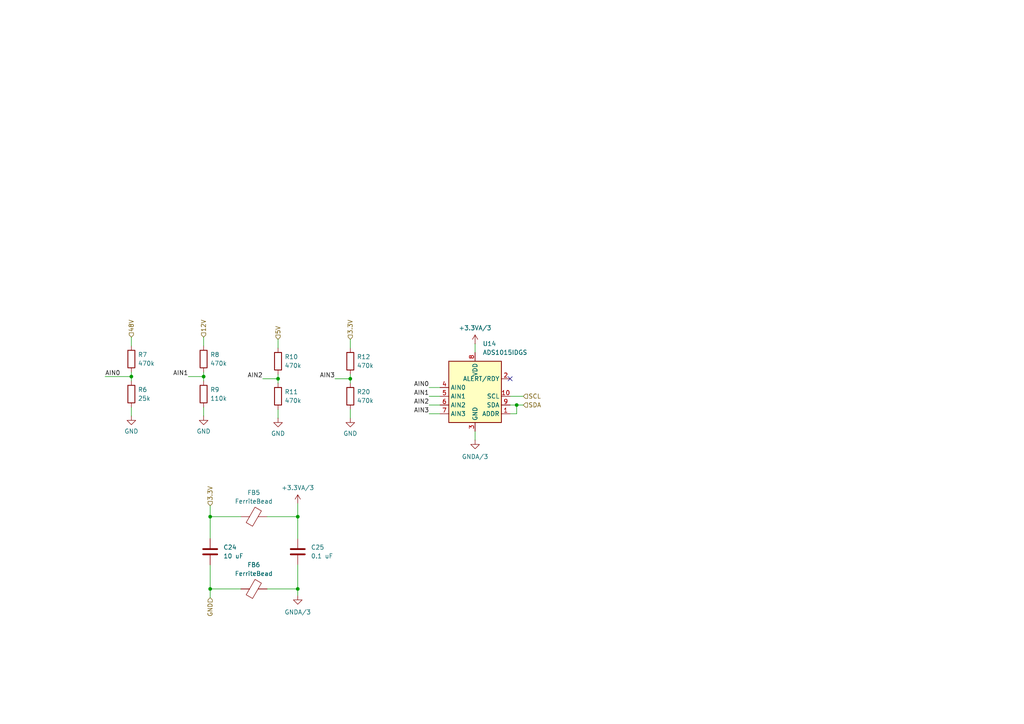
<source format=kicad_sch>
(kicad_sch (version 20231120) (generator "eeschema") (generator_version "8.0")
  (paper "A4")
  (lib_symbols
    (symbol "Analog_ADC:ADS1015IDGS"
      (property "Reference" "U" (at 2.54 13.97 0))
      (property "Value" "ADS1015IDGS" (at 7.62 11.43 0))
      (symbol "ADS1015IDGS_0_1"
        (rectangle (start -7.62 10.16) (end 7.62 -7.62) (stroke (width 0.254)) (fill (type background)))
      )
      (symbol "ADS1015IDGS_1_1"
        (pin input line (at 10.16 -5.08 180) (length 2.54) (name "ADDR") (number "1"))
        (pin input line (at 10.16 0 180) (length 2.54) (name "SCL") (number "10"))
        (pin output line (at 10.16 5.08 180) (length 2.54) (name "ALERT/RDY") (number "2"))
        (pin power_in line (at 0 -10.16 90) (length 2.54) (name "GND") (number "3"))
        (pin input line (at -10.16 2.54 0) (length 2.54) (name "AIN0") (number "4"))
        (pin input line (at -10.16 0 0) (length 2.54) (name "AIN1") (number "5"))
        (pin input line (at -10.16 -2.54 0) (length 2.54) (name "AIN2") (number "6"))
        (pin input line (at -10.16 -5.08 0) (length 2.54) (name "AIN3") (number "7"))
        (pin power_in line (at 0 12.7 270) (length 2.54) (name "VDD") (number "8"))
        (pin bidirectional line (at 10.16 -2.54 180) (length 2.54) (name "SDA") (number "9"))
      )
    )
    (symbol "Device:C" (pin_numbers hide) (pin_names (offset 0.254))
      (property "Reference" "C" (at 0.635 2.54 0))
      (property "Value" "C" (at 0.635 -2.54 0))
      (symbol "C_0_1"
        (polyline (pts (xy -2.032 -0.762) (xy 2.032 -0.762)) (stroke (width 0.508)))
        (polyline (pts (xy -2.032 0.762) (xy 2.032 0.762)) (stroke (width 0.508)))
      )
      (symbol "C_1_1"
        (pin passive line (at 0 3.81 270) (length 2.794) (name "~") (number "1"))
        (pin passive line (at 0 -3.81 90) (length 2.794) (name "~") (number "2"))
      )
    )
    (symbol "Device:FerriteBead" (pin_numbers hide) (pin_names (offset 0))
      (property "Reference" "FB" (at -3.81 0.635 90))
      (property "Value" "FerriteBead" (at 3.81 0 90))
      (symbol "FerriteBead_0_1"
        (polyline (pts (xy 0 -1.27) (xy 0 -1.2192)))
        (polyline (pts (xy 0 1.27) (xy 0 1.2954)))
        (polyline (pts (xy -2.7686 0.4064) (xy -1.7018 2.2606) (xy 2.7686 -0.3048) (xy 1.6764 -2.159) (xy -2.7686 0.4064)))
      )
      (symbol "FerriteBead_1_1"
        (pin passive line (at 0 3.81 270) (length 2.54) (name "~") (number "1"))
        (pin passive line (at 0 -3.81 90) (length 2.54) (name "~") (number "2"))
      )
    )
    (symbol "Device:R" (pin_numbers hide) (pin_names (offset 0))
      (property "Reference" "R" (at 2.032 0 90))
      (property "Value" "R" (at 0 0 90))
      (symbol "R_0_1"
        (rectangle (start -1.016 -2.54) (end 1.016 2.54) (stroke (width 0.254)))
      )
      (symbol "R_1_1"
        (pin passive line (at 0 3.81 270) (length 1.27) (name "~") (number "1"))
        (pin passive line (at 0 -3.81 90) (length 1.27) (name "~") (number "2"))
      )
    )
    (symbol "power:+3.3VA" (power) (pin_numbers hide) (pin_names (offset 0) hide)
      (property "Value" "+3.3VA" (at 0 3.556 0))
      (symbol "+3.3VA_0_1"
        (polyline (pts (xy -0.762 1.27) (xy 0 2.54)))
        (polyline (pts (xy 0 0) (xy 0 2.54)))
        (polyline (pts (xy 0 2.54) (xy 0.762 1.27)))
      )
      (symbol "+3.3VA_1_1"
        (pin power_in line (at 0 0 90) (length 0) (name "~") (number "1"))
      )
    )
    (symbol "power:GND" (power) (pin_numbers hide) (pin_names (offset 0) hide)
      (property "Value" "GND" (at 0 -3.81 0))
      (symbol "GND_0_1"
        (polyline (pts (xy 0 0) (xy 0 -1.27) (xy 1.27 -1.27) (xy 0 -2.54) (xy -1.27 -1.27) (xy 0 -1.27)))
      )
      (symbol "GND_1_1"
        (pin power_in line (at 0 0 270) (length 0) (name "~") (number "1"))
      )
    )
    (symbol "power:GNDA" (power) (pin_numbers hide) (pin_names (offset 0) hide)
      (property "Value" "GNDA" (at 0 -3.81 0))
      (symbol "GNDA_0_1"
        (polyline (pts (xy 0 0) (xy 0 -1.27) (xy 1.27 -1.27) (xy 0 -2.54) (xy -1.27 -1.27) (xy 0 -1.27)))
      )
      (symbol "GNDA_1_1"
        (pin power_in line (at 0 0 270) (length 0) (name "~") (number "1"))
      )
    )
  )
  (junction (at 60.96 170.815))
  (junction (at 86.36 149.86))
  (junction (at 59.055 109.22))
  (junction (at 149.86 117.475))
  (junction (at 60.96 149.86))
  (junction (at 80.645 109.855))
  (junction (at 86.36 170.815))
  (junction (at 38.1 109.22))
  (junction (at 101.6 109.855))
  (no_connect (at 147.955 109.855))
  (wire (pts (xy 101.6 98.425) (xy 101.6 100.965)))
  (wire (pts (xy 38.1 118.11) (xy 38.1 120.65)))
  (wire (pts (xy 86.36 170.815) (xy 86.36 172.72)))
  (wire (pts (xy 97.155 109.855) (xy 101.6 109.855)))
  (wire (pts (xy 60.96 149.86) (xy 60.96 156.21)))
  (wire (pts (xy 59.055 107.95) (xy 59.055 109.22)))
  (wire (pts (xy 59.055 97.79) (xy 59.055 100.33)))
  (wire (pts (xy 101.6 109.855) (xy 101.6 111.125)))
  (wire (pts (xy 80.645 109.855) (xy 80.645 111.125)))
  (wire (pts (xy 124.46 112.395) (xy 127.635 112.395)))
  (wire (pts (xy 30.48 109.22) (xy 38.1 109.22)))
  (wire (pts (xy 124.46 117.475) (xy 127.635 117.475)))
  (wire (pts (xy 101.6 118.745) (xy 101.6 121.285)))
  (wire (pts (xy 38.1 107.95) (xy 38.1 109.22)))
  (wire (pts (xy 59.055 109.22) (xy 59.055 110.49)))
  (wire (pts (xy 137.795 125.095) (xy 137.795 127.635)))
  (wire (pts (xy 60.96 146.685) (xy 60.96 149.86)))
  (wire (pts (xy 80.645 118.745) (xy 80.645 121.285)))
  (wire (pts (xy 80.645 108.585) (xy 80.645 109.855)))
  (wire (pts (xy 147.955 114.935) (xy 151.765 114.935)))
  (wire (pts (xy 38.1 97.79) (xy 38.1 100.33)))
  (wire (pts (xy 59.055 118.11) (xy 59.055 120.65)))
  (wire (pts (xy 60.96 173.355) (xy 60.96 170.815)))
  (wire (pts (xy 80.645 98.425) (xy 80.645 100.965)))
  (wire (pts (xy 124.46 120.015) (xy 127.635 120.015)))
  (wire (pts (xy 86.36 149.86) (xy 86.36 156.21)))
  (wire (pts (xy 77.47 149.86) (xy 86.36 149.86)))
  (wire (pts (xy 101.6 108.585) (xy 101.6 109.855)))
  (wire (pts (xy 149.86 117.475) (xy 151.765 117.475)))
  (wire (pts (xy 149.86 120.015) (xy 149.86 117.475)))
  (wire (pts (xy 147.955 120.015) (xy 149.86 120.015)))
  (wire (pts (xy 60.96 170.815) (xy 69.85 170.815)))
  (wire (pts (xy 60.96 163.83) (xy 60.96 170.815)))
  (wire (pts (xy 77.47 170.815) (xy 86.36 170.815)))
  (wire (pts (xy 38.1 109.22) (xy 38.1 110.49)))
  (wire (pts (xy 124.46 114.935) (xy 127.635 114.935)))
  (wire (pts (xy 86.36 149.86) (xy 86.36 146.05)))
  (wire (pts (xy 54.61 109.22) (xy 59.055 109.22)))
  (wire (pts (xy 86.36 170.815) (xy 86.36 163.83)))
  (wire (pts (xy 137.795 99.695) (xy 137.795 102.235)))
  (wire (pts (xy 76.2 109.855) (xy 80.645 109.855)))
  (wire (pts (xy 147.955 117.475) (xy 149.86 117.475)))
  (wire (pts (xy 60.96 149.86) (xy 69.85 149.86)))
  (label "AIN1" (at 54.61 109.22 180))
  (label "AIN3" (at 124.46 120.015 180))
  (label "AIN0" (at 124.46 112.395 180))
  (label "AIN0" (at 30.48 109.22 0))
  (label "AIN3" (at 97.155 109.855 180))
  (label "AIN1" (at 124.46 114.935 180))
  (label "AIN2" (at 124.46 117.475 180))
  (label "AIN2" (at 76.2 109.855 180))
  (hierarchical_label "12V" (shape input) (at 59.055 97.79 90))
  (hierarchical_label "GND" (shape input) (at 60.96 173.355 270))
  (hierarchical_label "3.3V" (shape input) (at 101.6 98.425 90))
  (hierarchical_label "SCL" (shape input) (at 151.765 114.935 0))
  (hierarchical_label "5V" (shape input) (at 80.645 98.425 90))
  (hierarchical_label "SDA" (shape input) (at 151.765 117.475 0))
  (hierarchical_label "48V" (shape input) (at 38.1 97.79 90))
  (hierarchical_label "3.3V" (shape input) (at 60.96 146.685 90))
  (symbol (lib_id "Device:R") (at 101.6 114.935 0) (unit 1)
    (property "Reference" "R20" (at 103.505 113.6649 0) (effects (justify left)))
    (property "Value" "470k" (at 103.505 116.2049 0) (effects (justify left)))
    (property "Footprint" "TNPW0805:RES_TNPW0805_VIS" (effects (hide yes)))
    (property "Datasheet" "https://www.vishay.com/docs/31006/tnpw.pdf" (effects (hide yes)))
    (property "Description" "RES 470K OHM 0.1% 0.26W 0805" (effects (hide yes)))
    (property "Mfr." "Vishay Dale" (effects (hide yes)))
    (property "Part #" "TNPW0805470KBEEA" (effects (hide yes)))
    (property "Price" "$0.36" (effects (hide yes)))
    (property "Order Link" "https://www.digikey.com/en/products/detail/vishay-dale/TNPW0805470KBEEA/1607586" (effects (hide yes)))
  )
  (symbol (lib_id "Device:C") (at 60.96 160.02 0) (unit 1)
    (property "Reference" "C24" (at 64.77 158.7499 0) (effects (justify left)))
    (property "Value" "10 uF" (at 64.77 161.2899 0) (effects (justify left)))
    (property "Description" "Unpolarized capacitor" (effects (hide yes)))
  )
  (symbol (lib_id "power:GND") (at 59.055 120.65 0) (unit 1)
    (property "Reference" "#PWR0108" (effects (hide yes)))
    (property "Value" "GND" (at 59.055 125.095 0))
    (property "Description" "Power symbol creates a global label with name \"GND\" , ground" (effects (hide yes)))
  )
  (symbol (lib_id "Device:R") (at 59.055 114.3 0) (unit 1)
    (property "Reference" "R9" (at 60.96 113.0299 0) (effects (justify left)))
    (property "Value" "110k" (at 60.96 115.5699 0) (effects (justify left)))
    (property "Footprint" "Resistor_SMD:R_0805_2012Metric" (effects (hide yes)))
    (property "Datasheet" "https://www.te.com/commerce/DocumentDelivery/DDEController?Action=srchrtrv&DocNm=1773270-2&DocType=Data%20Sheet&DocLang=English&DocFormat=pdf&PartCntxt=9-2176390-1" (effects (hide yes)))
    (property "Description" "RES SMD 0805 110K 0.1%" (effects (hide yes)))
    (property "Mfr." "TE Connectivity" (effects (hide yes)))
    (property "Part #" "RQ73C2A110KBTDF" (effects (hide yes)))
    (property "Price" "$0.74" (effects (hide yes)))
    (property "Order Link" "https://www.digikey.com/en/products/detail/te-connectivity-passive-product/RQ73C2A110KBTDF/13947961" (effects (hide yes)))
  )
  (symbol (lib_id "Device:FerriteBead") (at 73.66 149.86 90) (unit 1)
    (property "Reference" "FB5" (at 73.6092 142.875 90))
    (property "Value" "FerriteBead" (at 73.6092 145.415 90))
    (property "Description" "Ferrite bead" (effects (hide yes)))
  )
  (symbol (lib_id "Analog_ADC:ADS1015IDGS") (at 137.795 114.935 0) (unit 1)
    (property "Reference" "U14" (at 139.9891 99.695 0) (effects (justify left)))
    (property "Value" "ADS1015IDGS" (at 139.9891 102.235 0) (effects (justify left)))
    (property "Footprint" "Package_SO:TSSOP-10_3x3mm_P0.5mm" (effects (hide yes)))
    (property "Datasheet" "http://www.ti.com/lit/ds/symlink/ads1015.pdf" (effects (hide yes)))
    (property "Description" "Ultra-Small, Low-Power, I2C-Compatible, 3.3-kSPS, 12-Bit ADCs With Internal Reference, Oscillator, and Programmable Comparator, VSSOP-10" (effects (hide yes)))
  )
  (symbol (lib_id "power:+3.3VA") (at 86.36 146.05 0) (unit 1)
    (property "Reference" "#PWR035" (effects (hide yes)))
    (property "Value" "+3.3VA/3" (at 86.36 141.478 0))
    (property "Description" "Power symbol creates a global label with name \"+3.3VA\"" (effects (hide yes)))
  )
  (symbol (lib_id "Device:R") (at 80.645 114.935 0) (unit 1)
    (property "Reference" "R11" (at 82.55 113.6649 0) (effects (justify left)))
    (property "Value" "470k" (at 82.55 116.2049 0) (effects (justify left)))
    (property "Footprint" "TNPW0805:RES_TNPW0805_VIS" (effects (hide yes)))
    (property "Datasheet" "https://www.vishay.com/docs/31006/tnpw.pdf" (effects (hide yes)))
    (property "Description" "RES 470K OHM 0.1% 0.26W 0805" (effects (hide yes)))
    (property "Mfr." "Vishay Dale" (effects (hide yes)))
    (property "Part #" "TNPW0805470KBEEA" (effects (hide yes)))
    (property "Price" "$0.36" (effects (hide yes)))
    (property "Order Link" "https://www.digikey.com/en/products/detail/vishay-dale/TNPW0805470KBEEA/1607586" (effects (hide yes)))
  )
  (symbol (lib_id "Device:R") (at 101.6 104.775 0) (unit 1)
    (property "Reference" "R12" (at 103.505 103.5049 0) (effects (justify left)))
    (property "Value" "470k" (at 103.505 106.0449 0) (effects (justify left)))
    (property "Footprint" "TNPW0805:RES_TNPW0805_VIS" (effects (hide yes)))
    (property "Datasheet" "https://www.vishay.com/docs/31006/tnpw.pdf" (effects (hide yes)))
    (property "Description" "RES 470K OHM 0.1% 0.26W 0805" (effects (hide yes)))
    (property "Mfr." "Vishay Dale" (effects (hide yes)))
    (property "Part #" "TNPW0805470KBEEA" (effects (hide yes)))
    (property "Price" "$0.36" (effects (hide yes)))
    (property "Order Link" "https://www.digikey.com/en/products/detail/vishay-dale/TNPW0805470KBEEA/1607586" (effects (hide yes)))
  )
  (symbol (lib_id "power:GNDA") (at 137.795 127.635 0) (unit 1)
    (property "Reference" "#PWR037" (effects (hide yes)))
    (property "Value" "GNDA/3" (at 137.795 132.461 0))
    (property "Description" "Power symbol creates a global label with name \"GNDA\" , analog ground" (effects (hide yes)))
  )
  (symbol (lib_id "Device:R") (at 80.645 104.775 0) (unit 1)
    (property "Reference" "R10" (at 82.55 103.5049 0) (effects (justify left)))
    (property "Value" "470k" (at 82.55 106.0449 0) (effects (justify left)))
    (property "Footprint" "TNPW0805:RES_TNPW0805_VIS" (effects (hide yes)))
    (property "Datasheet" "https://www.vishay.com/docs/31006/tnpw.pdf" (effects (hide yes)))
    (property "Description" "RES 470K OHM 0.1% 0.26W 0805" (effects (hide yes)))
    (property "Mfr." "Vishay Dale" (effects (hide yes)))
    (property "Part #" "TNPW0805470KBEEA" (effects (hide yes)))
    (property "Price" "$0.36" (effects (hide yes)))
    (property "Order Link" "https://www.digikey.com/en/products/detail/vishay-dale/TNPW0805470KBEEA/1607586" (effects (hide yes)))
  )
  (symbol (lib_id "Device:R") (at 38.1 104.14 0) (unit 1)
    (property "Reference" "R7" (at 40.005 102.8699 0) (effects (justify left)))
    (property "Value" "470k" (at 40.005 105.4099 0) (effects (justify left)))
    (property "Footprint" "TNPW0805:RES_TNPW0805_VIS" (effects (hide yes)))
    (property "Datasheet" "https://www.vishay.com/docs/31006/tnpw.pdf" (effects (hide yes)))
    (property "Description" "RES 470K OHM 0.1% 0.26W 0805" (effects (hide yes)))
    (property "Mfr." "Vishay Dale" (effects (hide yes)))
    (property "Part #" "TNPW0805470KBEEA" (effects (hide yes)))
    (property "Price" "$0.36" (effects (hide yes)))
    (property "Order Link" "https://www.digikey.com/en/products/detail/vishay-dale/TNPW0805470KBEEA/1607586" (effects (hide yes)))
  )
  (symbol (lib_id "Device:R") (at 59.055 104.14 0) (unit 1)
    (property "Reference" "R8" (at 60.96 102.8699 0) (effects (justify left)))
    (property "Value" "470k" (at 60.96 105.4099 0) (effects (justify left)))
    (property "Footprint" "TNPW0805:RES_TNPW0805_VIS" (effects (hide yes)))
    (property "Datasheet" "https://www.vishay.com/docs/31006/tnpw.pdf" (effects (hide yes)))
    (property "Description" "RES 470K OHM 0.1% 0.26W 0805" (effects (hide yes)))
    (property "Mfr." "Vishay Dale" (effects (hide yes)))
    (property "Part #" "TNPW0805470KBEEA" (effects (hide yes)))
    (property "Price" "$0.36" (effects (hide yes)))
    (property "Order Link" "https://www.digikey.com/en/products/detail/vishay-dale/TNPW0805470KBEEA/1607586" (effects (hide yes)))
  )
  (symbol (lib_id "power:GNDA") (at 86.36 172.72 0) (unit 1)
    (property "Reference" "#PWR036" (effects (hide yes)))
    (property "Value" "GNDA/3" (at 86.36 177.546 0))
    (property "Description" "Power symbol creates a global label with name \"GNDA\" , analog ground" (effects (hide yes)))
  )
  (symbol (lib_id "Device:C") (at 86.36 160.02 0) (unit 1)
    (property "Reference" "C25" (at 90.17 158.7499 0) (effects (justify left)))
    (property "Value" "0.1 uF" (at 90.17 161.2899 0) (effects (justify left)))
    (property "Description" "Unpolarized capacitor" (effects (hide yes)))
  )
  (symbol (lib_id "power:GND") (at 38.1 120.65 0) (unit 1)
    (property "Reference" "#PWR0106" (effects (hide yes)))
    (property "Value" "GND" (at 38.1 125.095 0))
    (property "Description" "Power symbol creates a global label with name \"GND\" , ground" (effects (hide yes)))
  )
  (symbol (lib_id "power:GND") (at 101.6 121.285 0) (unit 1)
    (property "Reference" "#PWR0112" (effects (hide yes)))
    (property "Value" "GND" (at 101.6 125.73 0))
    (property "Description" "Power symbol creates a global label with name \"GND\" , ground" (effects (hide yes)))
  )
  (symbol (lib_id "Device:R") (at 38.1 114.3 0) (unit 1)
    (property "Reference" "R6" (at 40.005 113.0299 0) (effects (justify left)))
    (property "Value" "25k" (at 40.005 115.5699 0) (effects (justify left)))
    (property "Footprint" "Resistor_SMD:R_0805_2012Metric" (effects (hide yes)))
    (property "Datasheet" "https://www.te.com/usa-en/product-5-2176238-6.datasheet.pdf" (effects (hide yes)))
    (property "Description" "RES SMD 25K OHM 0.1% 1/10W 0805" (effects (hide yes)))
    (property "Mfr." "TE Connectivity" (effects (hide yes)))
    (property "Part #" "CPF-A-0805B25KE" (effects (hide yes)))
    (property "Price" "$0.22" (effects (hide yes)))
    (property "Order Link" "https://www.digikey.com/en/products/detail/te-connectivity-passive-product/CPF-A-0805B25KE/5583884" (effects (hide yes)))
  )
  (symbol (lib_id "Device:FerriteBead") (at 73.66 170.815 90) (unit 1)
    (property "Reference" "FB6" (at 73.6092 163.83 90))
    (property "Value" "FerriteBead" (at 73.6092 166.37 90))
    (property "Description" "Ferrite bead" (effects (hide yes)))
  )
  (symbol (lib_id "power:+3.3VA") (at 137.795 99.695 0) (unit 1)
    (property "Reference" "#PWR038" (effects (hide yes)))
    (property "Value" "+3.3VA/3" (at 137.795 95.123 0))
    (property "Description" "Power symbol creates a global label with name \"+3.3VA\"" (effects (hide yes)))
  )
  (symbol (lib_id "power:GND") (at 80.645 121.285 0) (unit 1)
    (property "Reference" "#PWR0110" (effects (hide yes)))
    (property "Value" "GND" (at 80.645 125.73 0))
    (property "Description" "Power symbol creates a global label with name \"GND\" , ground" (effects (hide yes)))
  )
)
</source>
